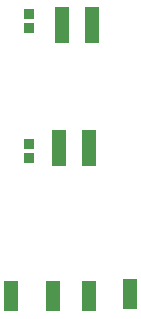
<source format=gbr>
G04 EAGLE Gerber RS-274X export*
G75*
%MOMM*%
%FSLAX34Y34*%
%LPD*%
%INSolderpaste Top*%
%IPPOS*%
%AMOC8*
5,1,8,0,0,1.08239X$1,22.5*%
G01*
%ADD10R,0.900000X0.850000*%
%ADD11R,1.270000X3.048000*%
%ADD12R,1.270000X2.540000*%


D10*
X61530Y171760D03*
X61530Y183360D03*
X61910Y281560D03*
X61910Y293160D03*
D11*
X87160Y179570D03*
X112560Y179570D03*
X114700Y283650D03*
X89300Y283650D03*
D12*
X112550Y54730D03*
X46380Y54680D03*
X81650Y54290D03*
X147620Y56020D03*
M02*

</source>
